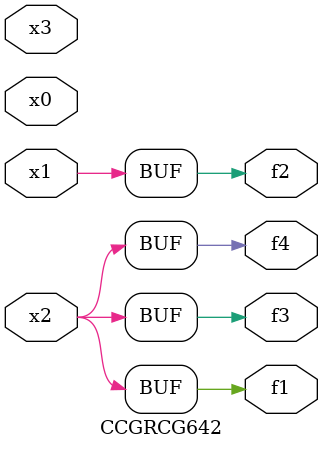
<source format=v>
module CCGRCG642(
	input x0, x1, x2, x3,
	output f1, f2, f3, f4
);
	assign f1 = x2;
	assign f2 = x1;
	assign f3 = x2;
	assign f4 = x2;
endmodule

</source>
